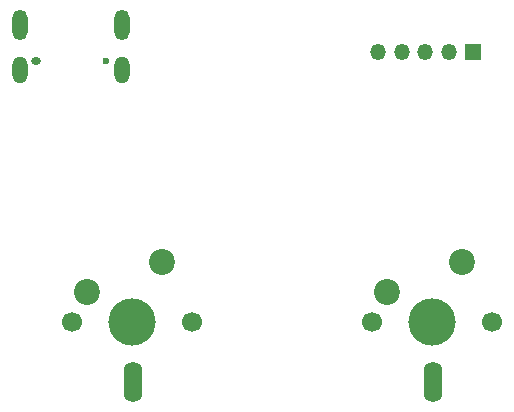
<source format=gbr>
%TF.GenerationSoftware,KiCad,Pcbnew,(6.0.0-rc2-14-ga17a58203b)*%
%TF.CreationDate,2022-02-14T14:16:28-08:00*%
%TF.ProjectId,muon,6d756f6e-2e6b-4696-9361-645f70636258,rev?*%
%TF.SameCoordinates,Original*%
%TF.FileFunction,Soldermask,Bot*%
%TF.FilePolarity,Negative*%
%FSLAX46Y46*%
G04 Gerber Fmt 4.6, Leading zero omitted, Abs format (unit mm)*
G04 Created by KiCad (PCBNEW (6.0.0-rc2-14-ga17a58203b)) date 2022-02-14 14:16:28*
%MOMM*%
%LPD*%
G01*
G04 APERTURE LIST*
%ADD10C,4.000000*%
%ADD11C,1.700000*%
%ADD12C,2.200000*%
%ADD13C,0.600000*%
%ADD14O,0.850000X0.600000*%
%ADD15O,1.300000X2.600000*%
%ADD16O,1.300000X2.300000*%
%ADD17O,1.600000X3.450000*%
%ADD18R,1.350000X1.350000*%
%ADD19O,1.350000X1.350000*%
G04 APERTURE END LIST*
D10*
%TO.C,SW2*%
X167560000Y-85080000D03*
D11*
X172640000Y-85080000D03*
X162480000Y-85080000D03*
D12*
X170100000Y-80000000D03*
X163750000Y-82540000D03*
%TD*%
D13*
%TO.C,J2*%
X140000000Y-63050000D03*
D14*
X134000000Y-63050000D03*
D15*
X132680000Y-59950000D03*
D16*
X141320000Y-63775000D03*
X132680000Y-63775000D03*
D15*
X141320000Y-59950000D03*
%TD*%
D17*
%TO.C,D3*%
X167640000Y-90170000D03*
%TD*%
D18*
%TO.C,J1*%
X171000000Y-62250000D03*
D19*
X169000000Y-62250000D03*
X167000000Y-62250000D03*
X165000000Y-62250000D03*
X163000000Y-62250000D03*
%TD*%
D11*
%TO.C,SW1*%
X147240000Y-85080000D03*
D10*
X142160000Y-85080000D03*
D11*
X137080000Y-85080000D03*
D12*
X144700000Y-80000000D03*
X138350000Y-82540000D03*
%TD*%
D17*
%TO.C,D2*%
X142240000Y-90170000D03*
%TD*%
M02*

</source>
